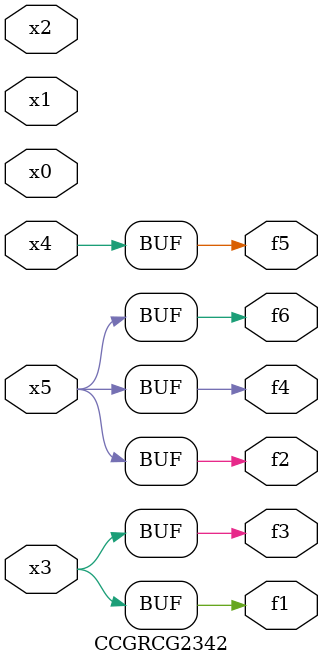
<source format=v>
module CCGRCG2342(
	input x0, x1, x2, x3, x4, x5,
	output f1, f2, f3, f4, f5, f6
);
	assign f1 = x3;
	assign f2 = x5;
	assign f3 = x3;
	assign f4 = x5;
	assign f5 = x4;
	assign f6 = x5;
endmodule

</source>
